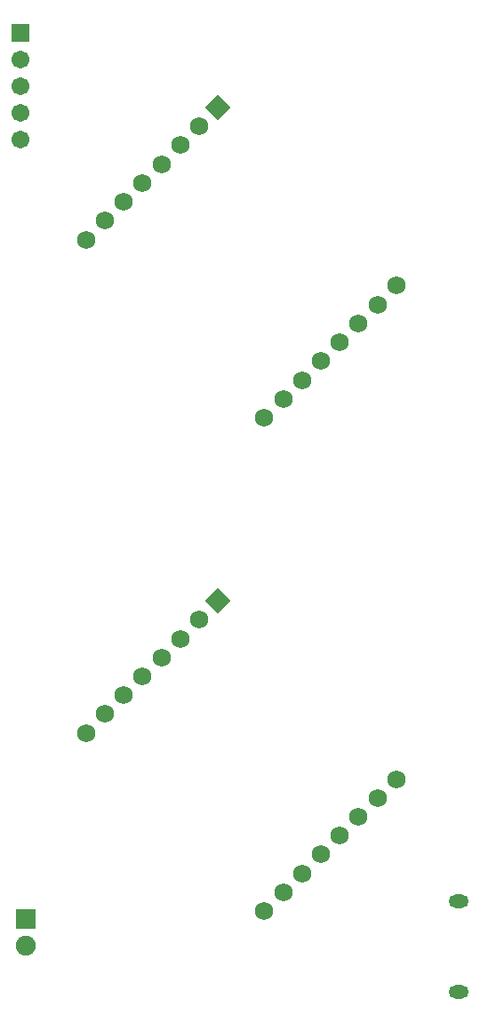
<source format=gts>
G04*
G04 #@! TF.GenerationSoftware,Altium Limited,Altium Designer,21.6.1 (37)*
G04*
G04 Layer_Color=8388736*
%FSLAX25Y25*%
%MOIN*%
G70*
G04*
G04 #@! TF.SameCoordinates,C0504D16-1B66-4A67-A265-E874579EAF83*
G04*
G04*
G04 #@! TF.FilePolarity,Negative*
G04*
G01*
G75*
%ADD12C,0.06706*%
%ADD13R,0.06706X0.06706*%
%ADD14C,0.06800*%
%ADD15P,0.09617X4X90.0*%
%ADD16R,0.07493X0.07493*%
%ADD17C,0.07493*%
%ADD18O,0.07493X0.05131*%
D12*
X-82800Y138600D02*
D03*
Y148600D02*
D03*
Y158600D02*
D03*
Y168600D02*
D03*
D13*
Y178600D02*
D03*
D14*
X58155Y-101178D02*
D03*
X51084Y-108249D02*
D03*
X44013Y-115320D02*
D03*
X36942Y-122391D02*
D03*
X29871Y-129462D02*
D03*
X22800Y-136533D02*
D03*
X15729Y-143604D02*
D03*
X8658Y-150675D02*
D03*
X-58155Y-83862D02*
D03*
X-51084Y-76791D02*
D03*
X-44013Y-69720D02*
D03*
X-36942Y-62649D02*
D03*
X-29871Y-55577D02*
D03*
X-22800Y-48507D02*
D03*
X-15729Y-41435D02*
D03*
X58155Y83862D02*
D03*
X51084Y76791D02*
D03*
X44013Y69720D02*
D03*
X36942Y62649D02*
D03*
X29871Y55577D02*
D03*
X22800Y48507D02*
D03*
X15729Y41435D02*
D03*
X8658Y34364D02*
D03*
X-58155Y101178D02*
D03*
X-51084Y108249D02*
D03*
X-44013Y115320D02*
D03*
X-36942Y122391D02*
D03*
X-29871Y129462D02*
D03*
X-22800Y136533D02*
D03*
X-15729Y143604D02*
D03*
D15*
X-8658Y-34364D02*
D03*
Y150675D02*
D03*
D16*
X-80746Y-153748D02*
D03*
D17*
Y-163748D02*
D03*
D18*
X81447Y-146923D02*
D03*
Y-180939D02*
D03*
M02*

</source>
